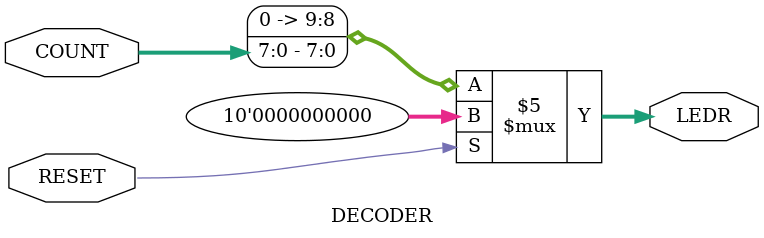
<source format=v>
module DECODER(
	input RESET,
	input  [7:0] COUNT,
	output reg [9:0] LEDR
);

initial begin
	LEDR = 10'b0;
end

always @(COUNT) begin
	 if (RESET == 1'b1) begin
		 LEDR <= 10'b0;
	 end else begin
		 LEDR <= COUNT;
	 end
end
endmodule 
</source>
